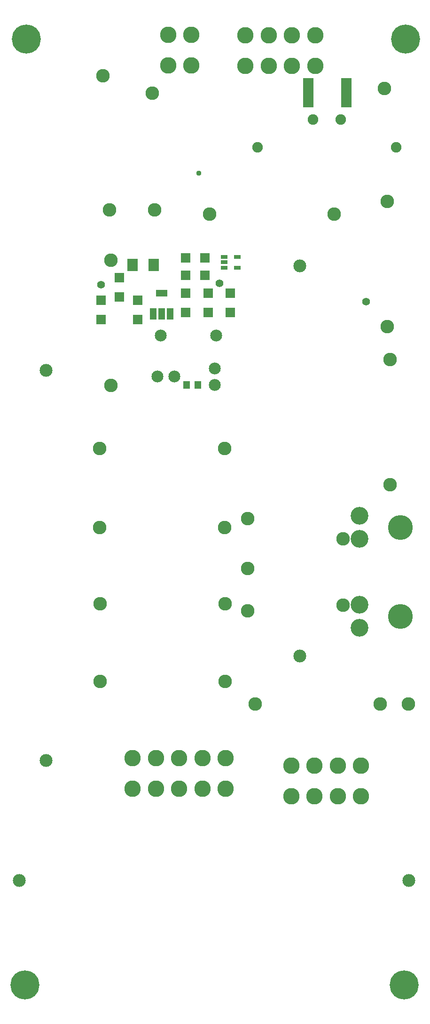
<source format=gbs>
G04*
G04 #@! TF.GenerationSoftware,Altium Limited,Altium Designer,22.3.1 (43)*
G04*
G04 Layer_Color=16711935*
%FSLAX24Y24*%
%MOIN*%
G70*
G04*
G04 #@! TF.SameCoordinates,61A4D5B3-3B2A-409B-9F35-3F3BF520A47B*
G04*
G04*
G04 #@! TF.FilePolarity,Negative*
G04*
G01*
G75*
%ADD27C,0.0910*%
%ADD28C,0.0966*%
%ADD29C,0.1170*%
%ADD30C,0.0751*%
%ADD31C,0.1260*%
%ADD32C,0.0847*%
%ADD33C,0.2060*%
%ADD34C,0.0560*%
%ADD35C,0.0960*%
%ADD36C,0.1760*%
%ADD37C,0.0370*%
%ADD60R,0.0760X0.2060*%
%ADD61R,0.0760X0.0910*%
%ADD62R,0.0460X0.0560*%
%ADD63R,0.0493X0.0316*%
%ADD64R,0.0660X0.0660*%
%ADD65R,0.0660X0.0660*%
%ADD66R,0.0454X0.0847*%
%ADD67R,0.0847X0.0454*%
D27*
X7400Y30700D02*
D03*
Y58350D02*
D03*
X5500Y22200D02*
D03*
X33150D02*
D03*
X25400Y65750D02*
D03*
Y38100D02*
D03*
D28*
X20100Y36300D02*
D03*
X11242D02*
D03*
X20100Y41800D02*
D03*
X11242D02*
D03*
X31600Y61442D02*
D03*
Y70300D02*
D03*
X31800Y59100D02*
D03*
Y50242D02*
D03*
X12000Y57283D02*
D03*
Y66141D02*
D03*
X22242Y34700D02*
D03*
X31100D02*
D03*
X11210Y47200D02*
D03*
X20069D02*
D03*
X11210Y52800D02*
D03*
X20069D02*
D03*
X19000Y69400D02*
D03*
X27858D02*
D03*
D29*
X13550Y28700D02*
D03*
Y30870D02*
D03*
X20150Y28700D02*
D03*
X18500D02*
D03*
X16850D02*
D03*
X15200D02*
D03*
Y30870D02*
D03*
X16850D02*
D03*
X18500D02*
D03*
X20150D02*
D03*
X16063Y82100D02*
D03*
X17713D02*
D03*
Y79930D02*
D03*
X16063D02*
D03*
X21550Y79900D02*
D03*
Y82070D02*
D03*
X23200Y79900D02*
D03*
X24850D02*
D03*
Y82070D02*
D03*
X23200D02*
D03*
X26500Y79900D02*
D03*
Y82070D02*
D03*
X29750Y30350D02*
D03*
Y28180D02*
D03*
X28100Y30350D02*
D03*
X26450D02*
D03*
Y28180D02*
D03*
X28100D02*
D03*
X24800Y30350D02*
D03*
Y28180D02*
D03*
D30*
X32256Y74131D02*
D03*
X22413D02*
D03*
X28319Y76100D02*
D03*
X26350D02*
D03*
D31*
X29655Y46400D02*
D03*
Y48030D02*
D03*
Y40100D02*
D03*
Y41730D02*
D03*
D32*
X16500Y57900D02*
D03*
X15319D02*
D03*
X19376Y57309D02*
D03*
Y58491D02*
D03*
X19468Y60800D02*
D03*
X15532D02*
D03*
D33*
X6000Y81810D02*
D03*
X32900D02*
D03*
X5900Y14800D02*
D03*
X32800D02*
D03*
D34*
X30100Y63200D02*
D03*
X11300Y64409D02*
D03*
X19723Y64500D02*
D03*
D35*
X28475Y41700D02*
D03*
X28475Y46400D02*
D03*
X15100Y69700D02*
D03*
X31400Y78300D02*
D03*
X14943Y77975D02*
D03*
X11443Y79200D02*
D03*
X21700Y41300D02*
D03*
Y44300D02*
D03*
X11900Y69700D02*
D03*
X33100Y34700D02*
D03*
X21700Y47855D02*
D03*
D36*
X32545Y47215D02*
D03*
Y40915D02*
D03*
D37*
X18243Y72300D02*
D03*
D60*
X26022Y78000D02*
D03*
X28699D02*
D03*
D61*
X13552Y65800D02*
D03*
X15048D02*
D03*
D62*
X17376Y57309D02*
D03*
X18176D02*
D03*
D63*
X20972Y65626D02*
D03*
Y66374D02*
D03*
X20028D02*
D03*
Y66000D02*
D03*
Y65626D02*
D03*
D64*
X17326Y63800D02*
D03*
Y62450D02*
D03*
X18926Y63800D02*
D03*
Y62450D02*
D03*
X20473D02*
D03*
Y63800D02*
D03*
X12600Y64904D02*
D03*
Y63554D02*
D03*
X11300Y63300D02*
D03*
Y61950D02*
D03*
X13900Y63300D02*
D03*
Y61950D02*
D03*
D65*
X18676Y66300D02*
D03*
X17326D02*
D03*
X18676Y65066D02*
D03*
X17326D02*
D03*
D66*
X16200Y62352D02*
D03*
X15609D02*
D03*
X15019D02*
D03*
D67*
X15609Y63809D02*
D03*
M02*

</source>
